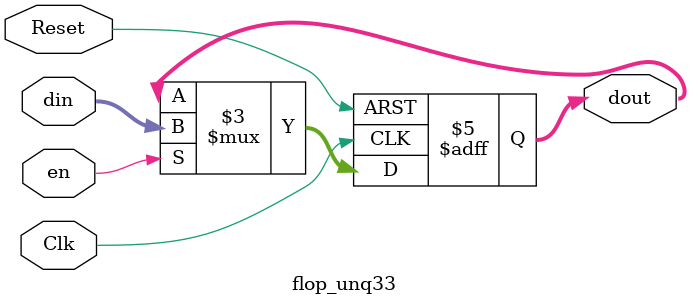
<source format=sv>

/* *****************************************************************************
 * File: flop.vp
 * 
 * Description:
 * Genesis2 flip-flop generator.
 * 
 * Required Genesis2 Controlable Parameters:
 * * Type		- Constant, Flop, RFlop, EFlop, or REFlop
 * * Width		- integer value specifying register width
 * * Default		- default value for the flop 
 *			 (only applies when flop_type=constant|rflop|reflop)
 * * SyncMode		- Sync or ASync flop * Change bar:
 * 
 * 
 * -----------
 * Date          Author   Description
 * Mar 30, 2010  shacham  init version  --  
 * May 20, 2014  jingpu   Add Async mode, change to active low reset
 * 
 * ****************************************************************************/


/*******************************************************************************
 * REQUIRED PARAMETERIZATION
 ******************************************************************************/
// Type (_GENESIS2_INHERITANCE_PRIORITY_) = REFlop
//
// Default (_GENESIS2_INHERITANCE_PRIORITY_) = 0x195
//
// Width (_GENESIS2_INHERITANCE_PRIORITY_) = 9
//
// SyncMode (_GENESIS2_DECLARATION_PRIORITY_) = ASync
//

module flop_unq33(
	       //inputs
	       input wire logic 		   Clk,
	       input wire logic [8:0]  din,
	       input wire logic 		   Reset,
	       input wire logic 		   en,

	       //outputs
	       output logic [8:0] dout
	       );


   /* synopsys dc_tcl_script_begin
    set_dont_retime [current_design] true
    set_optimize_registers false -design [current_design]
    */
   


   
   always_ff @(posedge Clk or negedge Reset) begin
      if (!Reset) 
	dout <= 9'h195;
      else if (en)
	dout <= din;
   end

endmodule : flop_unq33

</source>
